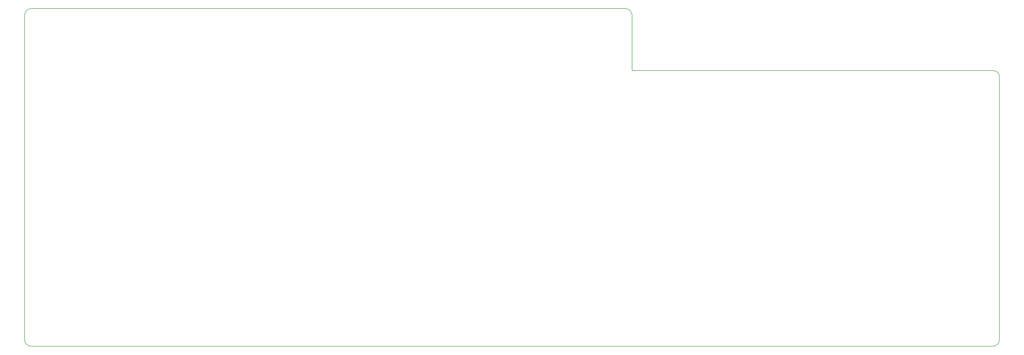
<source format=gbr>
G04 #@! TF.GenerationSoftware,KiCad,Pcbnew,(5.1.5)-3*
G04 #@! TF.CreationDate,2021-01-24T16:57:30-06:00*
G04 #@! TF.ProjectId,DragonKeyboard,44726167-6f6e-44b6-9579-626f6172642e,rev?*
G04 #@! TF.SameCoordinates,Original*
G04 #@! TF.FileFunction,Profile,NP*
%FSLAX46Y46*%
G04 Gerber Fmt 4.6, Leading zero omitted, Abs format (unit mm)*
G04 Created by KiCad (PCBNEW (5.1.5)-3) date 2021-01-24 16:57:30*
%MOMM*%
%LPD*%
G04 APERTURE LIST*
%ADD10C,0.150000*%
G04 APERTURE END LIST*
D10*
X35306000Y-208026000D02*
X35306000Y-208280000D01*
X45720000Y-210820000D02*
X37846000Y-210820000D01*
X45720000Y-86360000D02*
X37846000Y-86360000D01*
X225425000Y-86360000D02*
X247015000Y-86360000D01*
X225425000Y-86360000D02*
X45720000Y-86360000D01*
X247015000Y-86360000D02*
X256540000Y-86360000D01*
X394420796Y-111480000D02*
X394380801Y-208199055D01*
X394420796Y-111480000D02*
G75*
G03X392100000Y-109220000I-2260796J0D01*
G01*
X259080000Y-109220000D02*
X392100000Y-109220000D01*
X259080000Y-88900000D02*
X259080000Y-109220000D01*
X259080000Y-88900000D02*
G75*
G03X256540000Y-86360000I-2540000J0D01*
G01*
X35306000Y-208026000D02*
X35306000Y-88900000D01*
X391880796Y-210820000D02*
X45720000Y-210820000D01*
X391880796Y-210820000D02*
G75*
G03X394380801Y-208199055I-39995J2540945D01*
G01*
X37846000Y-86360000D02*
G75*
G03X35306000Y-88900000I0J-2540000D01*
G01*
X35306000Y-208280000D02*
G75*
G03X37846000Y-210820000I2540000J0D01*
G01*
M02*

</source>
